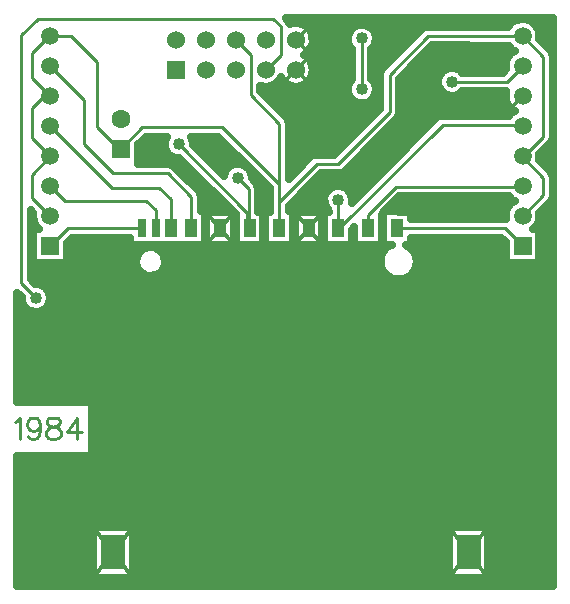
<source format=gbr>
G04 DipTrace 2.3.0.1*
%INTopCopper.gbr*%
%MOIN*%
%ADD14C,0.01*%
%ADD15C,0.03*%
%ADD16C,0.025*%
%ADD17C,0.013*%
%ADD21R,0.063X0.063*%
%ADD22C,0.063*%
%ADD23C,0.06*%
%ADD24R,0.06X0.06*%
%ADD25R,0.0598X0.0598*%
%ADD26C,0.0598*%
%ADD27R,0.0394X0.0591*%
%ADD28R,0.0276X0.0591*%
%ADD29R,0.0787X0.1181*%
%ADD30C,0.04*%
%ADD32C,0.1654*%
%ADD64C,0.0108*%
%FSLAX44Y44*%
G04*
G70*
G90*
G75*
G01*
%LNTop*%
%LPD*%
X6184Y12303D2*
D14*
Y13344D1*
X5394Y14134D1*
X3583D1*
X2599Y15118D1*
Y16591D1*
X1477Y17713D1*
X8124Y12303D2*
X8051D1*
Y12823D1*
X5770Y15104D1*
X17225Y17713D2*
X16694Y17181D1*
X14879D1*
X7735Y13988D2*
X8095Y13628D1*
Y12421D1*
X8115D1*
Y12312D1*
X8124Y12303D1*
X11074D2*
X11123D1*
X14568Y15748D1*
X17190D1*
X17225Y15713D1*
X11083Y13252D2*
Y12313D1*
X11074Y12303D1*
X12064D2*
Y12752D1*
X12993Y13681D1*
X17194D1*
X17225Y13713D1*
X11871Y16937D2*
Y18631D1*
X5004Y12298D2*
Y12910D1*
X4686Y13228D1*
X1961D1*
X1477Y13713D1*
X1005Y9980D2*
X512Y10472D1*
Y18740D1*
X1064Y19291D1*
X8898D1*
X9158Y19031D1*
Y18091D1*
X8662Y17594D1*
X4531Y12298D2*
X2063D1*
X1477Y11713D1*
X5514Y12303D2*
Y13266D1*
X5119Y13661D1*
X3528D1*
X1477Y15713D1*
X13044Y12303D2*
X16635D1*
X17225Y11713D1*
X3839Y14961D2*
X3788D1*
X3052Y15697D1*
Y17850D1*
X2190Y18713D1*
X1477D1*
Y16713D2*
X1556D1*
X1524Y14713D2*
X1477D1*
X17225Y18713D2*
X14087D1*
X12796Y17421D1*
Y16167D1*
X11076Y14448D1*
X10371D1*
X9114Y13190D1*
Y12303D1*
X17225Y14713D2*
Y14665D1*
X17914Y13976D1*
Y13402D1*
X17225Y12713D1*
Y14713D2*
D15*
X17272D1*
D14*
X17914Y15354D1*
Y18024D1*
X17225Y18713D1*
X1477D2*
X1430D1*
X867Y18150D1*
Y17323D1*
X1477Y16713D1*
X1280D1*
X867Y16299D1*
Y15323D1*
X1477Y14713D1*
Y14705D2*
X867Y14094D1*
Y13323D1*
X1477Y12713D1*
X9114Y12303D2*
Y15796D1*
X8174Y16736D1*
Y18083D1*
X7662Y18594D1*
X9114Y12303D2*
Y13764D1*
X7210Y15668D1*
X4547D1*
X3839Y14961D1*
D30*
X5770Y15104D3*
X14879Y17181D3*
X7735Y13988D3*
X11083Y13252D3*
X11871Y16937D3*
Y18631D3*
X1005Y9980D3*
D32*
X17087Y2500D3*
X1930D3*
X10018Y19052D2*
D16*
X11648D1*
X12096D2*
X16749D1*
X17702D2*
X18214D1*
X10213Y18803D2*
X11413D1*
X12327D2*
X13706D1*
X17807D2*
X18214D1*
X10252Y18554D2*
X11390D1*
X12354D2*
X13460D1*
X17854D2*
X18214D1*
X10174Y18305D2*
X11515D1*
X12229D2*
X13210D1*
X14151D2*
X16812D1*
X10010Y18057D2*
X11530D1*
X12209D2*
X12960D1*
X13901D2*
X16753D1*
X10209Y17808D2*
X11530D1*
X12209D2*
X12714D1*
X13655D2*
X16644D1*
X10252Y17559D2*
X11530D1*
X12209D2*
X12487D1*
X13405D2*
X14585D1*
X15174D2*
X16601D1*
X10174Y17311D2*
X11530D1*
X12209D2*
X12456D1*
X13155D2*
X14405D1*
X8877Y17062D2*
X9448D1*
X9877D2*
X11398D1*
X13135D2*
X14405D1*
X8569Y16813D2*
X11398D1*
X13135D2*
X14569D1*
X15186D2*
X16644D1*
X8815Y16565D2*
X11569D1*
X12174D2*
X12456D1*
X13135D2*
X16655D1*
X9065Y16316D2*
X12456D1*
X13135D2*
X16800D1*
X9315Y16067D2*
X12226D1*
X13119D2*
X16761D1*
X9452Y15819D2*
X11976D1*
X12916D2*
X14167D1*
X9455Y15570D2*
X11730D1*
X12670D2*
X13921D1*
X4670Y15321D2*
X5335D1*
X6205D2*
X7085D1*
X9455D2*
X11480D1*
X12420D2*
X13671D1*
X4444Y15073D2*
X5280D1*
X6272D2*
X7335D1*
X9455D2*
X11230D1*
X12170D2*
X13421D1*
X4444Y14824D2*
X5374D1*
X6522D2*
X7585D1*
X9455D2*
X10984D1*
X11924D2*
X13175D1*
X17854D2*
X18214D1*
X4444Y14575D2*
X5827D1*
X6768D2*
X7831D1*
X9455D2*
X10030D1*
X11674D2*
X12925D1*
X17795D2*
X18214D1*
X5670Y14326D2*
X6077D1*
X7018D2*
X7390D1*
X9455D2*
X9780D1*
X11424D2*
X12675D1*
X18034D2*
X18214D1*
X5920Y14078D2*
X6327D1*
X10471D2*
X12429D1*
X6170Y13829D2*
X6573D1*
X8362D2*
X8577D1*
X10225D2*
X12179D1*
X6416Y13580D2*
X6823D1*
X8436D2*
X8773D1*
X9975D2*
X10730D1*
X11436D2*
X11929D1*
X6522Y13332D2*
X7073D1*
X8436D2*
X8773D1*
X9725D2*
X10601D1*
X13112D2*
X16784D1*
X6522Y13083D2*
X7319D1*
X8436D2*
X8773D1*
X9479D2*
X10624D1*
X12866D2*
X16777D1*
X18065D2*
X18211D1*
X13530Y12834D2*
X16648D1*
X17819D2*
X18214D1*
X17799Y12586D2*
X18214D1*
X854Y12337D2*
X1030D1*
X17670D2*
X18214D1*
X17815Y12088D2*
X18214D1*
X2073Y11840D2*
X4105D1*
X13530D2*
X16628D1*
X17815D2*
X18214D1*
X2065Y11591D2*
X4527D1*
X5127D2*
X12616D1*
X13569D2*
X16636D1*
X17815D2*
X18214D1*
X2065Y11342D2*
X4343D1*
X5311D2*
X12487D1*
X13702D2*
X16636D1*
X17815D2*
X18214D1*
X854Y11094D2*
X4331D1*
X5323D2*
X12480D1*
X13709D2*
X18214D1*
X854Y10845D2*
X4472D1*
X5182D2*
X12585D1*
X13604D2*
X18214D1*
X858Y10596D2*
X18214D1*
X1315Y10347D2*
X18214D1*
X1479Y10099D2*
X18214D1*
X1475Y9850D2*
X18214D1*
X410Y9601D2*
X710D1*
X1299D2*
X18214D1*
X410Y9353D2*
X18214D1*
X410Y9104D2*
X18214D1*
X410Y8855D2*
X18214D1*
X410Y8607D2*
X18214D1*
X410Y8358D2*
X18214D1*
X410Y8109D2*
X18214D1*
X410Y7861D2*
X18214D1*
X410Y7612D2*
X18214D1*
X410Y7363D2*
X18214D1*
X410Y7115D2*
X18214D1*
X410Y6866D2*
X18214D1*
X410Y6617D2*
X18214D1*
X2885Y6368D2*
X18214D1*
X2885Y6120D2*
X18214D1*
X2885Y5871D2*
X18214D1*
X2885Y5622D2*
X18214D1*
X2885Y5374D2*
X18214D1*
X2885Y5125D2*
X18214D1*
X2885Y4876D2*
X18214D1*
X410Y4628D2*
X18214D1*
X410Y4379D2*
X18214D1*
X410Y4130D2*
X18214D1*
X410Y3882D2*
X18214D1*
X410Y3633D2*
X18214D1*
X410Y3384D2*
X18214D1*
X410Y3135D2*
X18214D1*
X410Y2887D2*
X18214D1*
X410Y2638D2*
X18214D1*
X410Y2389D2*
X18214D1*
X410Y2141D2*
X2898D1*
X4264D2*
X14749D1*
X16116D2*
X18214D1*
X410Y1892D2*
X2898D1*
X4264D2*
X14749D1*
X16116D2*
X18214D1*
X410Y1643D2*
X2898D1*
X4264D2*
X14749D1*
X16116D2*
X18214D1*
X410Y1395D2*
X2898D1*
X4264D2*
X14749D1*
X16116D2*
X18214D1*
X410Y1146D2*
X2898D1*
X4264D2*
X14749D1*
X16116D2*
X18214D1*
X410Y897D2*
X2898D1*
X4264D2*
X14749D1*
X16116D2*
X18214D1*
X410Y649D2*
X2898D1*
X4264D2*
X14749D1*
X16116D2*
X18214D1*
X410Y400D2*
X18214D1*
X4419Y15099D2*
Y14451D1*
X5394Y14449D1*
X5516Y14424D1*
X5617Y14357D1*
X6407Y13567D1*
X6475Y13464D1*
X6499Y13344D1*
Y12864D1*
X6646Y12863D1*
Y11743D1*
X5722Y11747D1*
X5476Y11743D1*
X5406Y11738D1*
X4601Y11742D1*
X4128Y11738D1*
Y11984D1*
X2191D1*
X2040Y11830D1*
X2041Y11148D1*
X913D1*
Y12277D1*
X1120D1*
X1047Y12347D1*
X977Y12451D1*
X932Y12567D1*
X913Y12690D1*
X923Y12818D1*
X826Y12918D1*
X827Y10603D1*
X987Y10444D1*
X1064Y10441D1*
X1184Y10409D1*
X1291Y10346D1*
X1378Y10257D1*
X1438Y10148D1*
X1470Y9980D1*
X1453Y9857D1*
X1404Y9742D1*
X1326Y9645D1*
X1226Y9571D1*
X1109Y9527D1*
X985Y9516D1*
X862Y9538D1*
X750Y9591D1*
X656Y9673D1*
X587Y9777D1*
X548Y9895D1*
X542Y10000D1*
X387Y10153D1*
X385Y6499D1*
X2861Y6500D1*
Y4708D1*
X389D1*
X385Y4050D1*
Y385D1*
X18238D1*
Y19300D1*
X9336D1*
X9381Y19254D1*
X9453Y19140D1*
X9478Y19129D1*
X9600Y19156D1*
X9725D1*
X9846Y19128D1*
X9959Y19075D1*
X10057Y18998D1*
X10136Y18901D1*
X10192Y18790D1*
X10222Y18669D1*
X10225Y18545D1*
X10200Y18422D1*
X10149Y18308D1*
X10075Y18208D1*
X9980Y18127D1*
X9924Y18094D1*
X10020Y18031D1*
X10107Y17942D1*
X10173Y17836D1*
X10213Y17718D1*
X10227Y17594D1*
X10213Y17471D1*
X10173Y17353D1*
X10107Y17246D1*
X10020Y17157D1*
X9915Y17089D1*
X9798Y17046D1*
X9674Y17030D1*
X9550Y17041D1*
X9431Y17079D1*
X9324Y17142D1*
X9233Y17227D1*
X9162Y17331D1*
X9107Y17246D1*
X9020Y17157D1*
X8915Y17089D1*
X8798Y17046D1*
X8674Y17030D1*
X8550Y17041D1*
X8487Y17061D1*
X8489Y16868D1*
X9337Y16019D1*
X9405Y15915D1*
X9429Y15796D1*
Y13948D1*
X10149Y14670D1*
X10252Y14739D1*
X10371Y14762D1*
X10946D1*
X12480Y16297D1*
X12481Y17421D1*
X12505Y17543D1*
X12573Y17644D1*
X13865Y18935D1*
X13968Y19004D1*
X14087Y19028D1*
X16755D1*
X16851Y19135D1*
X16953Y19207D1*
X17069Y19255D1*
X17192Y19276D1*
X17316Y19269D1*
X17436Y19236D1*
X17546Y19176D1*
X17640Y19095D1*
X17714Y18994D1*
X17764Y18880D1*
X17789Y18713D1*
X17778Y18608D1*
X18137Y18246D1*
X18205Y18143D1*
X18229Y18024D1*
Y15354D1*
X18204Y15233D1*
X18137Y15132D1*
X17786Y14781D1*
X17789Y14713D1*
X17769Y14570D1*
X18137Y14199D1*
X18205Y14096D1*
X18229Y13976D1*
Y13402D1*
X18204Y13280D1*
X18137Y13179D1*
X17780Y12823D1*
X17789Y12713D1*
X17775Y12589D1*
X17735Y12471D1*
X17669Y12365D1*
X17584Y12278D1*
X17789Y12277D1*
Y11148D1*
X16661D1*
Y11832D1*
X16502Y11990D1*
X13506Y11988D1*
Y11743D1*
X13338D1*
X13484Y11651D1*
X13570Y11561D1*
X13635Y11455D1*
X13677Y11337D1*
X13694Y11196D1*
X13681Y11072D1*
X13642Y10953D1*
X13580Y10845D1*
X13497Y10752D1*
X13396Y10678D1*
X13283Y10627D1*
X13161Y10600D1*
X13036Y10599D1*
X12914Y10624D1*
X12799Y10674D1*
X12698Y10746D1*
X12613Y10838D1*
X12549Y10945D1*
X12509Y11064D1*
X12495Y11187D1*
X12506Y11312D1*
X12542Y11431D1*
X12603Y11540D1*
X12685Y11634D1*
X12784Y11709D1*
X12859Y11744D1*
X12582Y11743D1*
Y12822D1*
X12526Y12738D1*
Y11743D1*
X11602D1*
Y12341D1*
X11536Y12238D1*
Y11743D1*
X10612D1*
Y12863D1*
X10772D1*
X10734Y12945D1*
X10665Y13049D1*
X10626Y13167D1*
X10620Y13291D1*
X10647Y13413D1*
X10706Y13523D1*
X10791Y13614D1*
X10898Y13678D1*
X11018Y13712D1*
X11142Y13713D1*
X11263Y13681D1*
X11370Y13618D1*
X11457Y13529D1*
X11517Y13419D1*
X11548Y13252D1*
X11536Y13163D1*
X14345Y15971D1*
X14448Y16039D1*
X14568Y16063D1*
X16782D1*
X16851Y16135D1*
X16964Y16211D1*
X16866Y16277D1*
X16779Y16367D1*
X16714Y16473D1*
X16674Y16591D1*
X16661Y16715D1*
X16675Y16839D1*
X16682Y16866D1*
X15221D1*
X15100Y16772D1*
X14983Y16728D1*
X14859Y16717D1*
X14736Y16739D1*
X14624Y16792D1*
X14530Y16874D1*
X14461Y16978D1*
X14422Y17096D1*
X14415Y17220D1*
X14442Y17342D1*
X14501Y17452D1*
X14586Y17543D1*
X14693Y17607D1*
X14813Y17641D1*
X14938Y17642D1*
X15058Y17610D1*
X15165Y17547D1*
X15217Y17494D1*
X16562Y17496D1*
X16673Y17605D1*
X16661Y17690D1*
X16670Y17815D1*
X16706Y17934D1*
X16768Y18043D1*
X16851Y18135D1*
X16964Y18211D1*
X16886Y18262D1*
X16795Y18347D1*
X16762Y18396D1*
X14221Y18398D1*
X13108Y17288D1*
X13111Y16167D1*
X13086Y16046D1*
X13019Y15945D1*
X11299Y14225D1*
X11195Y14156D1*
X11076Y14133D1*
X10502D1*
X9431Y13062D1*
X9429Y12866D1*
X9576Y12863D1*
Y11743D1*
X8652D1*
Y12863D1*
X8797D1*
X8799Y13303D1*
Y13635D1*
X7082Y15351D1*
X6159Y15353D1*
X6204Y15271D1*
X6235Y15104D1*
X6233Y15084D1*
X7272Y14047D1*
X7299Y14149D1*
X7357Y14259D1*
X7443Y14350D1*
X7549Y14414D1*
X7669Y14448D1*
X7794Y14449D1*
X7914Y14417D1*
X8022Y14354D1*
X8109Y14265D1*
X8169Y14156D1*
X8200Y13988D1*
X8197Y13969D1*
X8318Y13851D1*
X8387Y13747D1*
X8410Y13628D1*
X8412Y12863D1*
X8586D1*
Y11743D1*
X7662D1*
Y12769D1*
X6414Y14014D1*
X5787Y14641D1*
X5751Y14639D1*
X5628Y14661D1*
X5516Y14715D1*
X5421Y14796D1*
X5352Y14900D1*
X5313Y15019D1*
X5307Y15143D1*
X5334Y15265D1*
X5380Y15351D1*
X4675Y15353D1*
X4418Y15095D1*
X16672Y12617D2*
X16661Y12690D1*
X16670Y12815D1*
X16706Y12934D1*
X16768Y13043D1*
X16851Y13135D1*
X16964Y13211D1*
X16886Y13262D1*
X16784Y13364D1*
X15319Y13366D1*
X13119D1*
X12622Y12865D1*
X13506Y12863D1*
Y12617D1*
X16646D1*
X9657Y12863D2*
X10556D1*
Y11743D1*
X9632D1*
Y12863D1*
X9657D1*
X6707D2*
X7566D1*
X7606Y12824D1*
Y11743D1*
X6682D1*
Y12863D1*
X6707D1*
X14797Y2359D2*
X16089D1*
Y648D1*
X14772D1*
Y2359D1*
X14797D1*
X2947D2*
X4239D1*
Y648D1*
X2922D1*
Y2359D1*
X2947D1*
X5292Y11072D2*
X5244Y10957D1*
X5169Y10858D1*
X5071Y10781D1*
X4956Y10732D1*
X4833Y10715D1*
X4709Y10729D1*
X4593Y10775D1*
X4493Y10849D1*
X4415Y10946D1*
X4364Y11060D1*
X4345Y11184D1*
X4358Y11308D1*
X4402Y11424D1*
X4475Y11525D1*
X4571Y11604D1*
X4685Y11656D1*
X4808Y11677D1*
X4932Y11666D1*
X5049Y11623D1*
X5151Y11552D1*
X5231Y11456D1*
X5285Y11344D1*
X5308Y11196D1*
X5292Y11072D1*
X11556Y17277D2*
Y18292D1*
X11522Y18324D1*
X11453Y18428D1*
X11414Y18546D1*
X11408Y18671D1*
X11435Y18792D1*
X11494Y18902D1*
X11579Y18993D1*
X11686Y19058D1*
X11806Y19091D1*
X11930Y19092D1*
X12051Y19060D1*
X12158Y18997D1*
X12245Y18908D1*
X12305Y18799D1*
X12336Y18631D1*
X12320Y18508D1*
X12271Y18393D1*
X12184Y18289D1*
X12186Y17381D1*
Y17276D1*
X12245Y17214D1*
X12305Y17104D1*
X12336Y16937D1*
X12320Y16814D1*
X12271Y16699D1*
X12193Y16601D1*
X12092Y16528D1*
X11976Y16484D1*
X11852Y16473D1*
X11729Y16494D1*
X11617Y16548D1*
X11522Y16630D1*
X11453Y16734D1*
X11414Y16852D1*
X11408Y16976D1*
X11435Y17098D1*
X11494Y17208D1*
X11555Y17273D1*
X9662Y17594D2*
D17*
X10061Y17195D1*
Y17994D2*
X9263Y17195D1*
X9662Y18594D2*
X10061Y18195D1*
Y18994D2*
X9662Y18594D1*
X17225Y16713D2*
X16827Y16314D1*
X9633Y12863D2*
X10555Y11743D1*
Y12863D2*
X9633Y11743D1*
X6683Y12863D2*
X7605Y11743D1*
Y12863D2*
X6683Y11743D1*
X14772Y2358D2*
X16089Y648D1*
Y2358D2*
X14772Y648D1*
X2922Y2358D2*
X4239Y648D1*
Y2358D2*
X2922Y648D1*
D21*
X3839Y14961D3*
D22*
Y15961D3*
D23*
X9662Y17594D3*
Y18594D3*
X8662D3*
Y17594D3*
X7662Y18594D3*
Y17594D3*
X6662Y18594D3*
Y17594D3*
D24*
X5662D3*
D23*
Y18594D3*
D25*
X1477Y11713D3*
D26*
Y12713D3*
Y13713D3*
Y14713D3*
Y15713D3*
Y16713D3*
Y17713D3*
Y18713D3*
D25*
X17225Y11713D3*
D26*
Y12713D3*
Y13713D3*
Y14713D3*
Y15713D3*
Y16713D3*
Y17713D3*
Y18713D3*
D27*
X13044Y12303D3*
X12064D3*
X11074D3*
X10094D3*
X9114D3*
X8124D3*
X7144D3*
X6184D3*
X5514D3*
D28*
X5004Y12298D3*
X4531D3*
D29*
X15431Y1503D3*
X3580D3*
X320Y5863D2*
D64*
X387Y5897D1*
X488Y5997D1*
Y5294D1*
X1140Y5763D2*
X1106Y5663D1*
X1039Y5595D1*
X939Y5562D1*
X905D1*
X805Y5595D1*
X738Y5663D1*
X704Y5763D1*
Y5797D1*
X738Y5897D1*
X805Y5964D1*
X905Y5997D1*
X939D1*
X1039Y5964D1*
X1106Y5897D1*
X1140Y5763D1*
Y5595D1*
X1106Y5428D1*
X1039Y5328D1*
X939Y5294D1*
X872D1*
X771Y5328D1*
X738Y5395D1*
X1523Y5997D2*
X1423Y5964D1*
X1389Y5897D1*
Y5830D1*
X1423Y5763D1*
X1490Y5729D1*
X1624Y5696D1*
X1724Y5663D1*
X1791Y5595D1*
X1824Y5529D1*
Y5428D1*
X1791Y5362D1*
X1757Y5328D1*
X1657Y5294D1*
X1523D1*
X1423Y5328D1*
X1389Y5362D1*
X1356Y5428D1*
Y5529D1*
X1389Y5595D1*
X1456Y5663D1*
X1556Y5696D1*
X1690Y5729D1*
X1757Y5763D1*
X1791Y5830D1*
Y5897D1*
X1757Y5964D1*
X1657Y5997D1*
X1523D1*
X2375Y5294D2*
Y5997D1*
X2040Y5529D1*
X2542D1*
M02*

</source>
